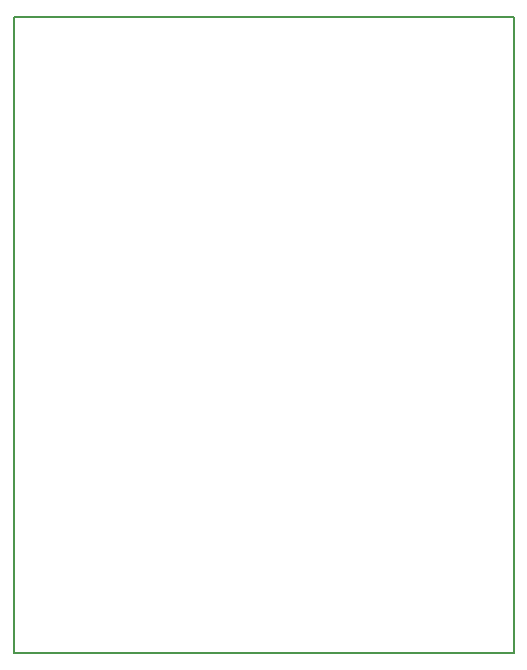
<source format=gbo>
G04 MADE WITH FRITZING*
G04 WWW.FRITZING.ORG*
G04 DOUBLE SIDED*
G04 HOLES PLATED*
G04 CONTOUR ON CENTER OF CONTOUR VECTOR*
%ASAXBY*%
%FSLAX23Y23*%
%MOIN*%
%OFA0B0*%
%SFA1.0B1.0*%
%ADD10R,1.674580X2.127810X1.658580X2.111810*%
%ADD11C,0.008000*%
%LNSILK0*%
G90*
G70*
G54D11*
X4Y2124D02*
X1671Y2124D01*
X1671Y4D01*
X4Y4D01*
X4Y2124D01*
D02*
G04 End of Silk0*
M02*
</source>
